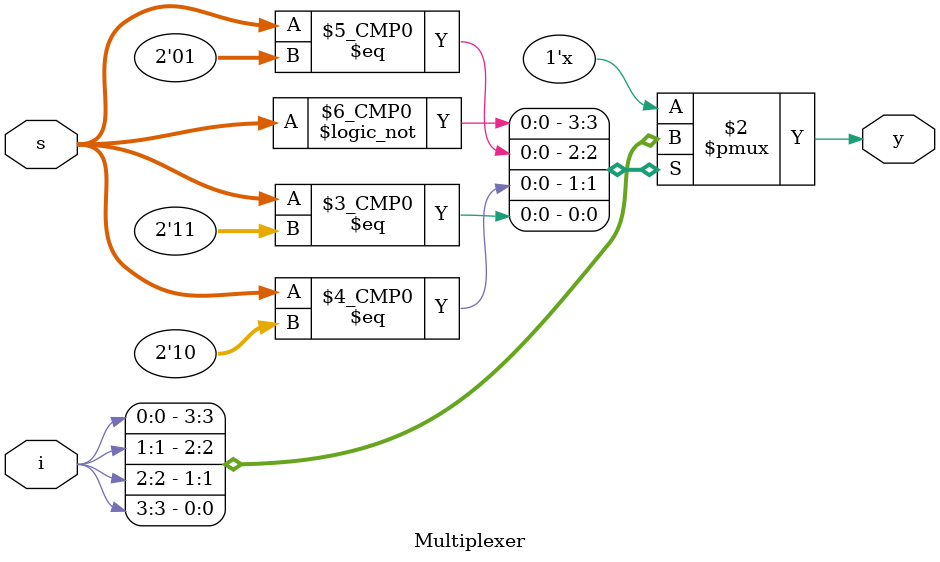
<source format=v>
`timescale 1ns / 1ps
module Multiplexer(s, i, y);
	input[1:0]	s;
	input[3:0]	i;
	output		y;
	
	reg			y;
	always @ (s or i)
	begin : MUX
		case(s)
			2'b00 : y = i[0];
			2'b01 : y = i[1];
			2'b10 : y = i[2];
			2'b11 : y = i[3];
		endcase
	end
endmodule

</source>
